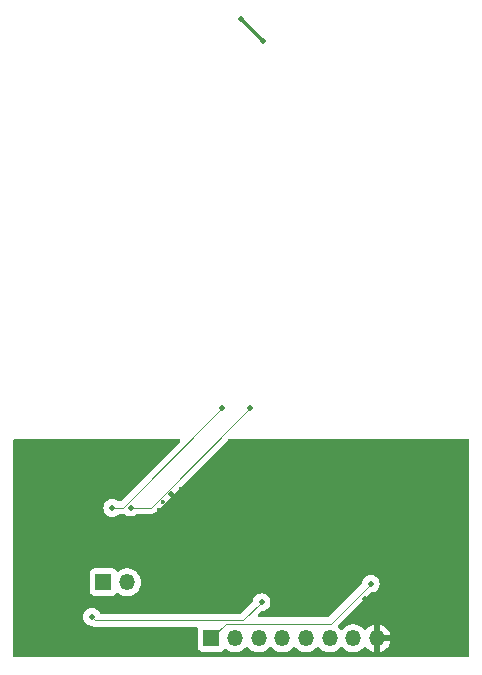
<source format=gbl>
G04 #@! TF.GenerationSoftware,KiCad,Pcbnew,7.0.9*
G04 #@! TF.CreationDate,2024-04-03T14:25:17+02:00*
G04 #@! TF.ProjectId,NFC_Programmer,4e46435f-5072-46f6-9772-616d6d65722e,3.0*
G04 #@! TF.SameCoordinates,Original*
G04 #@! TF.FileFunction,Copper,L2,Bot*
G04 #@! TF.FilePolarity,Positive*
%FSLAX46Y46*%
G04 Gerber Fmt 4.6, Leading zero omitted, Abs format (unit mm)*
G04 Created by KiCad (PCBNEW 7.0.9) date 2024-04-03 14:25:17*
%MOMM*%
%LPD*%
G01*
G04 APERTURE LIST*
G04 #@! TA.AperFunction,ComponentPad*
%ADD10R,1.350000X1.350000*%
G04 #@! TD*
G04 #@! TA.AperFunction,ComponentPad*
%ADD11O,1.350000X1.350000*%
G04 #@! TD*
G04 #@! TA.AperFunction,ViaPad*
%ADD12C,0.360000*%
G04 #@! TD*
G04 #@! TA.AperFunction,ViaPad*
%ADD13C,0.500000*%
G04 #@! TD*
G04 #@! TA.AperFunction,Conductor*
%ADD14C,0.100000*%
G04 #@! TD*
G04 #@! TA.AperFunction,Conductor*
%ADD15C,0.250000*%
G04 #@! TD*
G04 APERTURE END LIST*
D10*
X128530000Y-103060000D03*
D11*
X130530000Y-103060000D03*
D10*
X137670000Y-107810000D03*
D11*
X139670000Y-107810000D03*
X141670000Y-107810000D03*
X143670000Y-107810000D03*
X145670000Y-107810000D03*
X147670000Y-107810000D03*
X149670000Y-107810000D03*
X151670000Y-107810000D03*
D12*
X159130000Y-95860000D03*
X128970000Y-104540000D03*
X157940000Y-91280000D03*
X131870000Y-105550000D03*
X124300000Y-91250000D03*
X125190000Y-98820000D03*
X127340000Y-91240000D03*
X157250000Y-91280000D03*
X129940000Y-105570000D03*
X142640000Y-109210000D03*
X135120000Y-99770000D03*
X150620000Y-109150000D03*
X121160000Y-98970000D03*
X122870000Y-109150000D03*
X154830000Y-109120000D03*
D13*
X134251582Y-95601582D03*
D12*
X126460000Y-94700000D03*
X144350000Y-91290000D03*
X159080000Y-104020000D03*
X155130000Y-94450000D03*
X129220000Y-91250000D03*
X125190000Y-98210000D03*
X130030000Y-109160000D03*
X134590000Y-100240000D03*
X148440000Y-92230000D03*
X150480000Y-99510000D03*
X154370000Y-97580000D03*
X153610000Y-106680000D03*
X155400000Y-109120000D03*
X123600000Y-91240000D03*
X133980000Y-97190000D03*
X159130000Y-96470000D03*
X121160000Y-92260000D03*
X152660000Y-97670000D03*
X134525750Y-102440000D03*
X154960000Y-93780000D03*
X125860000Y-109180000D03*
X121170000Y-91560000D03*
X141860000Y-91280000D03*
X121120000Y-108950000D03*
X148700000Y-91290000D03*
X158550000Y-91280000D03*
X125740000Y-97180000D03*
X121130000Y-106460000D03*
X132560000Y-101260000D03*
X137450000Y-95930000D03*
X159120000Y-92860000D03*
X127700000Y-104640000D03*
X143780000Y-91290000D03*
X124910000Y-108130000D03*
X148000000Y-91280000D03*
X121160000Y-92870000D03*
X151917606Y-102411550D03*
X152920000Y-91280000D03*
X147701096Y-92221952D03*
X149280000Y-92220000D03*
X159090000Y-99740000D03*
X139410000Y-91290000D03*
X159090000Y-101530000D03*
X132820000Y-105550000D03*
X131290000Y-109180000D03*
X133790000Y-101240000D03*
X153610000Y-108460000D03*
X151890000Y-97650000D03*
X159130000Y-95290000D03*
X130870000Y-105570000D03*
X131960000Y-102880000D03*
X134525750Y-103210000D03*
X128320000Y-104550000D03*
X125250000Y-109180000D03*
X127520000Y-92500000D03*
X127740000Y-109160000D03*
X159120000Y-98960000D03*
X126610000Y-96460000D03*
X131630000Y-104040000D03*
X158390000Y-109150000D03*
X121130000Y-104670000D03*
X152310000Y-91280000D03*
X126670000Y-92870000D03*
X126440000Y-93840000D03*
X140680000Y-91280000D03*
X156070000Y-91280000D03*
X136910000Y-99940000D03*
X150460000Y-100300000D03*
X140020000Y-91290000D03*
X153450000Y-97640000D03*
X134950000Y-98240000D03*
X154170000Y-109120000D03*
X151364342Y-91970000D03*
X135077887Y-95174346D03*
X155410000Y-91290000D03*
X159080000Y-107150000D03*
X123410000Y-109150000D03*
X159090000Y-105270000D03*
X136980000Y-95110000D03*
X128330000Y-92550000D03*
X153140000Y-106270000D03*
X150470000Y-98680000D03*
X148720000Y-109150000D03*
X121160000Y-94050000D03*
X121810000Y-91240000D03*
D13*
X142620000Y-93280000D03*
D12*
X131010000Y-91250000D03*
X121690000Y-109150000D03*
X149880000Y-91290000D03*
X125480000Y-91250000D03*
X128310000Y-109160000D03*
X153610000Y-107250000D03*
X127050000Y-102380000D03*
X127910000Y-91240000D03*
X156550000Y-109120000D03*
X153600000Y-109120000D03*
X131820000Y-109180000D03*
X151460000Y-104220000D03*
X124910000Y-107590000D03*
X150530000Y-100960000D03*
X134950000Y-96480000D03*
X136540000Y-95870000D03*
X153540000Y-92730000D03*
X131960000Y-101650000D03*
X121130000Y-105850000D03*
X155130000Y-95290000D03*
X126400000Y-109180000D03*
X130430000Y-104500000D03*
X125760000Y-106200000D03*
X159080000Y-107760000D03*
X124910000Y-106980000D03*
X127050000Y-104100000D03*
X124910000Y-106410000D03*
X133540000Y-91240000D03*
X159090000Y-104660000D03*
X152060000Y-103740000D03*
X128800000Y-105570000D03*
X121120000Y-107160000D03*
X131160000Y-104360000D03*
X121120000Y-108340000D03*
X135620000Y-95890000D03*
X156010000Y-109120000D03*
X132850000Y-91240000D03*
X159130000Y-94680000D03*
X127050000Y-102950000D03*
X121130000Y-100360000D03*
X152220000Y-103020000D03*
X121120000Y-102240000D03*
X152310000Y-106410000D03*
X121160000Y-93440000D03*
X126970000Y-109180000D03*
X151740000Y-91280000D03*
X125190000Y-99360000D03*
X121130000Y-101540000D03*
X159120000Y-93430000D03*
X159090000Y-100920000D03*
X126670000Y-97160000D03*
X128970000Y-92080000D03*
D13*
X150700000Y-104480000D03*
D12*
X159080000Y-108330000D03*
X129460000Y-109160000D03*
X122420000Y-91240000D03*
X159120000Y-97780000D03*
X126540000Y-105870000D03*
X131780000Y-102240000D03*
X121160000Y-98360000D03*
X133530000Y-96280000D03*
X159090000Y-106450000D03*
X121130000Y-105280000D03*
X121120000Y-104030000D03*
X146820000Y-91280000D03*
X129780000Y-104480000D03*
X159130000Y-91550000D03*
X132280000Y-91240000D03*
X136340000Y-101680000D03*
X157120000Y-109120000D03*
X130400000Y-91250000D03*
X128520000Y-91240000D03*
X125670000Y-100350000D03*
X159080000Y-108940000D03*
X159120000Y-97170000D03*
X133210000Y-96990000D03*
X142470000Y-91280000D03*
X154800000Y-91290000D03*
X147200000Y-91900000D03*
X122990000Y-91240000D03*
X125190000Y-99930000D03*
X145600000Y-91280000D03*
X128920000Y-109160000D03*
X151070000Y-98110000D03*
X149310000Y-91290000D03*
X121130000Y-99750000D03*
X124910000Y-91250000D03*
X152170000Y-91820000D03*
X157820000Y-109150000D03*
X154230000Y-91290000D03*
X151130000Y-91280000D03*
X134150000Y-91240000D03*
X159090000Y-105840000D03*
X129830000Y-91250000D03*
X146210000Y-91280000D03*
X123980000Y-109150000D03*
X137000000Y-101280000D03*
X137000000Y-100650000D03*
X134960000Y-99050000D03*
X159090000Y-100350000D03*
X131670000Y-91240000D03*
X127100000Y-101690000D03*
X136100000Y-95140000D03*
X122260000Y-109150000D03*
X146740000Y-109170000D03*
X127050000Y-103560000D03*
X126090000Y-91250000D03*
X159120000Y-98350000D03*
X147390000Y-91280000D03*
X121170000Y-95300000D03*
X126130000Y-100790000D03*
X134890000Y-97330000D03*
X136100000Y-99920000D03*
X121160000Y-97180000D03*
X130670000Y-109180000D03*
X126610000Y-101210000D03*
X121120000Y-107770000D03*
X121170000Y-95870000D03*
X149880000Y-91890000D03*
X144960000Y-91290000D03*
X121120000Y-102850000D03*
X151124464Y-102010199D03*
X159080000Y-102230000D03*
X121120000Y-103420000D03*
X143170000Y-91290000D03*
X124910000Y-108700000D03*
X159120000Y-94040000D03*
X144710000Y-109150000D03*
X134250000Y-100770000D03*
X121130000Y-100930000D03*
X153420000Y-92190000D03*
X155210000Y-96260000D03*
D13*
X137990000Y-95230000D03*
D12*
X121170000Y-96480000D03*
X150570000Y-101750000D03*
X156680000Y-91280000D03*
X125190000Y-97640000D03*
X135450000Y-101790000D03*
X126700000Y-105300000D03*
X159080000Y-102840000D03*
X153610000Y-107890000D03*
X154390000Y-93370000D03*
X153620000Y-91290000D03*
X159120000Y-92250000D03*
X150680000Y-105400000D03*
D13*
X125870000Y-95560000D03*
D12*
X121160000Y-97790000D03*
X150700000Y-106280000D03*
X121170000Y-94690000D03*
X152140000Y-109230000D03*
D13*
X141500000Y-97570000D03*
D12*
X127050000Y-104670000D03*
X155050000Y-97220000D03*
X128250000Y-105320000D03*
X124680000Y-109180000D03*
X159080000Y-103410000D03*
X141290000Y-91280000D03*
X153610000Y-93260000D03*
X133840000Y-105540000D03*
X133130000Y-101260000D03*
X152870000Y-91870000D03*
X150690000Y-91810000D03*
X151510000Y-106310000D03*
X132400000Y-109200000D03*
X150490000Y-91290000D03*
X126730000Y-91240000D03*
X131940000Y-103530000D03*
D13*
X151160000Y-103180000D03*
X127550000Y-105990000D03*
X141910000Y-104760000D03*
X138600000Y-88350000D03*
X142020000Y-57200000D03*
X140200000Y-55400000D03*
X130850000Y-96740000D03*
X129280000Y-96770000D03*
X140920000Y-88330000D03*
D14*
X147770000Y-106570000D02*
X138910000Y-106570000D01*
X151160000Y-103180000D02*
X147770000Y-106570000D01*
X138910000Y-106570000D02*
X137670000Y-107810000D01*
X141910000Y-104760000D02*
X140380000Y-106290000D01*
X127850000Y-106290000D02*
X127550000Y-105990000D01*
X140380000Y-106290000D02*
X127850000Y-106290000D01*
X130180000Y-96770000D02*
X138600000Y-88350000D01*
X140920000Y-88330000D02*
X132510000Y-96740000D01*
X129280000Y-96770000D02*
X130180000Y-96770000D01*
X132510000Y-96740000D02*
X130850000Y-96740000D01*
D15*
X142000000Y-57200000D02*
X142020000Y-57200000D01*
X142000000Y-57200000D02*
X140200000Y-55400000D01*
G04 #@! TA.AperFunction,Conductor*
G36*
X134979153Y-90979685D02*
G01*
X135024908Y-91032489D01*
X135034852Y-91101647D01*
X135005827Y-91165203D01*
X134999795Y-91171681D01*
X129988294Y-96183181D01*
X129926971Y-96216666D01*
X129900613Y-96219500D01*
X129842229Y-96219500D01*
X129775190Y-96199815D01*
X129754548Y-96183181D01*
X129750890Y-96179523D01*
X129750884Y-96179518D01*
X129607697Y-96089547D01*
X129607694Y-96089545D01*
X129448056Y-96033685D01*
X129280003Y-96014751D01*
X129279997Y-96014751D01*
X129111943Y-96033685D01*
X128952305Y-96089545D01*
X128952302Y-96089547D01*
X128809115Y-96179518D01*
X128809109Y-96179523D01*
X128689523Y-96299109D01*
X128689518Y-96299115D01*
X128599547Y-96442302D01*
X128599545Y-96442305D01*
X128543685Y-96601943D01*
X128524751Y-96769997D01*
X128524751Y-96770002D01*
X128543685Y-96938056D01*
X128599545Y-97097694D01*
X128599547Y-97097697D01*
X128689518Y-97240884D01*
X128689523Y-97240890D01*
X128809109Y-97360476D01*
X128809115Y-97360481D01*
X128952302Y-97450452D01*
X128952305Y-97450454D01*
X128952309Y-97450455D01*
X128952310Y-97450456D01*
X129024913Y-97475860D01*
X129111943Y-97506314D01*
X129279997Y-97525249D01*
X129280000Y-97525249D01*
X129280003Y-97525249D01*
X129448056Y-97506314D01*
X129479678Y-97495249D01*
X129607690Y-97450456D01*
X129607692Y-97450454D01*
X129607694Y-97450454D01*
X129607697Y-97450452D01*
X129750884Y-97360481D01*
X129750885Y-97360480D01*
X129750890Y-97360477D01*
X129754548Y-97356819D01*
X129815871Y-97323334D01*
X129842229Y-97320500D01*
X130170603Y-97320500D01*
X130236826Y-97322762D01*
X130279836Y-97312279D01*
X130286049Y-97311098D01*
X130292448Y-97310219D01*
X130361539Y-97320602D01*
X130375284Y-97328073D01*
X130379110Y-97330477D01*
X130522310Y-97420456D01*
X130608046Y-97450456D01*
X130681943Y-97476314D01*
X130849997Y-97495249D01*
X130850000Y-97495249D01*
X130850003Y-97495249D01*
X131018056Y-97476314D01*
X131091954Y-97450456D01*
X131177690Y-97420456D01*
X131177692Y-97420454D01*
X131177694Y-97420454D01*
X131177697Y-97420452D01*
X131320884Y-97330481D01*
X131320885Y-97330480D01*
X131320890Y-97330477D01*
X131324548Y-97326819D01*
X131385871Y-97293334D01*
X131412229Y-97290500D01*
X132500603Y-97290500D01*
X132566826Y-97292762D01*
X132609832Y-97282280D01*
X132616051Y-97281098D01*
X132659920Y-97275070D01*
X132676383Y-97267918D01*
X132696416Y-97261181D01*
X132713852Y-97256933D01*
X132752465Y-97235221D01*
X132758090Y-97232427D01*
X132798720Y-97214780D01*
X132812632Y-97203460D01*
X132830123Y-97191557D01*
X132845755Y-97182768D01*
X132845753Y-97182768D01*
X132845759Y-97182766D01*
X132877059Y-97151464D01*
X132881771Y-97147211D01*
X132916108Y-97119278D01*
X132926456Y-97104616D01*
X132940074Y-97088449D01*
X139032205Y-90996319D01*
X139093528Y-90962834D01*
X139119886Y-90960000D01*
X159390500Y-90960000D01*
X159457539Y-90979685D01*
X159503294Y-91032489D01*
X159514500Y-91084000D01*
X159514500Y-109310500D01*
X159494815Y-109377539D01*
X159442011Y-109423294D01*
X159390500Y-109434500D01*
X120989500Y-109434500D01*
X120922461Y-109414815D01*
X120876706Y-109362011D01*
X120865500Y-109310500D01*
X120865500Y-105990002D01*
X126794751Y-105990002D01*
X126813685Y-106158056D01*
X126869545Y-106317694D01*
X126869547Y-106317697D01*
X126959518Y-106460884D01*
X126959523Y-106460890D01*
X127079109Y-106580476D01*
X127079115Y-106580481D01*
X127222302Y-106670452D01*
X127222308Y-106670455D01*
X127222310Y-106670456D01*
X127381941Y-106726313D01*
X127503517Y-106740011D01*
X127564560Y-106764428D01*
X127577658Y-106774361D01*
X127594353Y-106780944D01*
X127613290Y-106790351D01*
X127628618Y-106799672D01*
X127671247Y-106811616D01*
X127677263Y-106813639D01*
X127718436Y-106829876D01*
X127736287Y-106831711D01*
X127757052Y-106835657D01*
X127774335Y-106840500D01*
X127818594Y-106840500D01*
X127824935Y-106840824D01*
X127868972Y-106845352D01*
X127886656Y-106842303D01*
X127907724Y-106840500D01*
X136392068Y-106840500D01*
X136459107Y-106860185D01*
X136504862Y-106912989D01*
X136514806Y-106982147D01*
X136508251Y-107007831D01*
X136500908Y-107027517D01*
X136494501Y-107087116D01*
X136494500Y-107087135D01*
X136494500Y-108532870D01*
X136494501Y-108532876D01*
X136500908Y-108592483D01*
X136551202Y-108727328D01*
X136551206Y-108727335D01*
X136637452Y-108842544D01*
X136637455Y-108842547D01*
X136752664Y-108928793D01*
X136752671Y-108928797D01*
X136887517Y-108979091D01*
X136887516Y-108979091D01*
X136894444Y-108979835D01*
X136947127Y-108985500D01*
X138392872Y-108985499D01*
X138452483Y-108979091D01*
X138587331Y-108928796D01*
X138702546Y-108842546D01*
X138764785Y-108759404D01*
X138820718Y-108717535D01*
X138890410Y-108712551D01*
X138947588Y-108742078D01*
X138958568Y-108752088D01*
X138958570Y-108752089D01*
X138958571Y-108752090D01*
X139143786Y-108866770D01*
X139143792Y-108866773D01*
X139166664Y-108875633D01*
X139346931Y-108945470D01*
X139561074Y-108985500D01*
X139561076Y-108985500D01*
X139778924Y-108985500D01*
X139778926Y-108985500D01*
X139993069Y-108945470D01*
X140196210Y-108866772D01*
X140381432Y-108752088D01*
X140542427Y-108605322D01*
X140571047Y-108567422D01*
X140627153Y-108525787D01*
X140696865Y-108521094D01*
X140758048Y-108554836D01*
X140768946Y-108567414D01*
X140797573Y-108605322D01*
X140958568Y-108752088D01*
X140958575Y-108752092D01*
X140958576Y-108752093D01*
X141143786Y-108866770D01*
X141143792Y-108866773D01*
X141166664Y-108875633D01*
X141346931Y-108945470D01*
X141561074Y-108985500D01*
X141561076Y-108985500D01*
X141778924Y-108985500D01*
X141778926Y-108985500D01*
X141993069Y-108945470D01*
X142196210Y-108866772D01*
X142381432Y-108752088D01*
X142542427Y-108605322D01*
X142571047Y-108567422D01*
X142627153Y-108525787D01*
X142696865Y-108521094D01*
X142758048Y-108554836D01*
X142768946Y-108567414D01*
X142797573Y-108605322D01*
X142958568Y-108752088D01*
X142958575Y-108752092D01*
X142958576Y-108752093D01*
X143143786Y-108866770D01*
X143143792Y-108866773D01*
X143166664Y-108875633D01*
X143346931Y-108945470D01*
X143561074Y-108985500D01*
X143561076Y-108985500D01*
X143778924Y-108985500D01*
X143778926Y-108985500D01*
X143993069Y-108945470D01*
X144196210Y-108866772D01*
X144381432Y-108752088D01*
X144542427Y-108605322D01*
X144571047Y-108567422D01*
X144627153Y-108525787D01*
X144696865Y-108521094D01*
X144758048Y-108554836D01*
X144768946Y-108567414D01*
X144797573Y-108605322D01*
X144958568Y-108752088D01*
X144958575Y-108752092D01*
X144958576Y-108752093D01*
X145143786Y-108866770D01*
X145143792Y-108866773D01*
X145166664Y-108875633D01*
X145346931Y-108945470D01*
X145561074Y-108985500D01*
X145561076Y-108985500D01*
X145778924Y-108985500D01*
X145778926Y-108985500D01*
X145993069Y-108945470D01*
X146196210Y-108866772D01*
X146381432Y-108752088D01*
X146542427Y-108605322D01*
X146571047Y-108567422D01*
X146627153Y-108525787D01*
X146696865Y-108521094D01*
X146758048Y-108554836D01*
X146768946Y-108567414D01*
X146797573Y-108605322D01*
X146958568Y-108752088D01*
X146958575Y-108752092D01*
X146958576Y-108752093D01*
X147143786Y-108866770D01*
X147143792Y-108866773D01*
X147166664Y-108875633D01*
X147346931Y-108945470D01*
X147561074Y-108985500D01*
X147561076Y-108985500D01*
X147778924Y-108985500D01*
X147778926Y-108985500D01*
X147993069Y-108945470D01*
X148196210Y-108866772D01*
X148381432Y-108752088D01*
X148542427Y-108605322D01*
X148571047Y-108567422D01*
X148627153Y-108525787D01*
X148696865Y-108521094D01*
X148758048Y-108554836D01*
X148768946Y-108567414D01*
X148797573Y-108605322D01*
X148958568Y-108752088D01*
X148958575Y-108752092D01*
X148958576Y-108752093D01*
X149143786Y-108866770D01*
X149143792Y-108866773D01*
X149166664Y-108875633D01*
X149346931Y-108945470D01*
X149561074Y-108985500D01*
X149561076Y-108985500D01*
X149778924Y-108985500D01*
X149778926Y-108985500D01*
X149993069Y-108945470D01*
X150196210Y-108866772D01*
X150381432Y-108752088D01*
X150542427Y-108605322D01*
X150571359Y-108567009D01*
X150627465Y-108525373D01*
X150697177Y-108520680D01*
X150758360Y-108554421D01*
X150769267Y-108567009D01*
X150797942Y-108604981D01*
X150797949Y-108604989D01*
X150958868Y-108751685D01*
X151144012Y-108866322D01*
X151144023Y-108866327D01*
X151347060Y-108944984D01*
X151420000Y-108958619D01*
X151420000Y-108125686D01*
X151431955Y-108137641D01*
X151544852Y-108195165D01*
X151638519Y-108210000D01*
X151701481Y-108210000D01*
X151795148Y-108195165D01*
X151908045Y-108137641D01*
X151920000Y-108125686D01*
X151920000Y-108958619D01*
X151992939Y-108944984D01*
X152195976Y-108866327D01*
X152195987Y-108866322D01*
X152381130Y-108751685D01*
X152381131Y-108751685D01*
X152542054Y-108604985D01*
X152673284Y-108431208D01*
X152770348Y-108236280D01*
X152820505Y-108060000D01*
X151985686Y-108060000D01*
X151997641Y-108048045D01*
X152055165Y-107935148D01*
X152074986Y-107810000D01*
X152055165Y-107684852D01*
X151997641Y-107571955D01*
X151985686Y-107560000D01*
X152820505Y-107560000D01*
X152820505Y-107559999D01*
X152770348Y-107383719D01*
X152673284Y-107188791D01*
X152542054Y-107015014D01*
X152381131Y-106868314D01*
X152195987Y-106753677D01*
X152195985Y-106753676D01*
X151992931Y-106675013D01*
X151992921Y-106675010D01*
X151920001Y-106661378D01*
X151920000Y-106661379D01*
X151920000Y-107494314D01*
X151908045Y-107482359D01*
X151795148Y-107424835D01*
X151701481Y-107410000D01*
X151638519Y-107410000D01*
X151544852Y-107424835D01*
X151431955Y-107482359D01*
X151420000Y-107494314D01*
X151420000Y-106661379D01*
X151419998Y-106661378D01*
X151347078Y-106675010D01*
X151347068Y-106675013D01*
X151144014Y-106753676D01*
X151144012Y-106753677D01*
X150958869Y-106868314D01*
X150958868Y-106868314D01*
X150797945Y-107015014D01*
X150769267Y-107052990D01*
X150713157Y-107094626D01*
X150643445Y-107099317D01*
X150582264Y-107065575D01*
X150571359Y-107052990D01*
X150562547Y-107041321D01*
X150542427Y-107014678D01*
X150381432Y-106867912D01*
X150381428Y-106867909D01*
X150381423Y-106867906D01*
X150196213Y-106753229D01*
X150196207Y-106753226D01*
X150111113Y-106720260D01*
X149993069Y-106674530D01*
X149778926Y-106634500D01*
X149561074Y-106634500D01*
X149346931Y-106674530D01*
X149298130Y-106693435D01*
X149143792Y-106753226D01*
X149143786Y-106753229D01*
X148958576Y-106867906D01*
X148958566Y-106867913D01*
X148797573Y-107014676D01*
X148768953Y-107052576D01*
X148712844Y-107094211D01*
X148643132Y-107098902D01*
X148581950Y-107065159D01*
X148571047Y-107052576D01*
X148542426Y-107014676D01*
X148408969Y-106893015D01*
X148372687Y-106833304D01*
X148374448Y-106763457D01*
X148404824Y-106713699D01*
X151155551Y-103962972D01*
X151216872Y-103929489D01*
X151229347Y-103927435D01*
X151328054Y-103916314D01*
X151328057Y-103916313D01*
X151328059Y-103916313D01*
X151487690Y-103860456D01*
X151487692Y-103860454D01*
X151487694Y-103860454D01*
X151487697Y-103860452D01*
X151630884Y-103770481D01*
X151630885Y-103770480D01*
X151630890Y-103770477D01*
X151750477Y-103650890D01*
X151840452Y-103507697D01*
X151840454Y-103507694D01*
X151840454Y-103507692D01*
X151840456Y-103507690D01*
X151896313Y-103348059D01*
X151896313Y-103348058D01*
X151896314Y-103348056D01*
X151915249Y-103180002D01*
X151915249Y-103179997D01*
X151896314Y-103011943D01*
X151840454Y-102852305D01*
X151840452Y-102852302D01*
X151750481Y-102709115D01*
X151750476Y-102709109D01*
X151630890Y-102589523D01*
X151630884Y-102589518D01*
X151487697Y-102499547D01*
X151487694Y-102499545D01*
X151328056Y-102443685D01*
X151160003Y-102424751D01*
X151159997Y-102424751D01*
X150991943Y-102443685D01*
X150832305Y-102499545D01*
X150832302Y-102499547D01*
X150689115Y-102589518D01*
X150689109Y-102589523D01*
X150569523Y-102709109D01*
X150569518Y-102709115D01*
X150479547Y-102852302D01*
X150479544Y-102852307D01*
X150423685Y-103011946D01*
X150412564Y-103110651D01*
X150385497Y-103175065D01*
X150377025Y-103184448D01*
X147578294Y-105983181D01*
X147516971Y-106016666D01*
X147490613Y-106019500D01*
X141728387Y-106019500D01*
X141661348Y-105999815D01*
X141615593Y-105947011D01*
X141605649Y-105877853D01*
X141634674Y-105814297D01*
X141640697Y-105807827D01*
X141905552Y-105542971D01*
X141966871Y-105509489D01*
X141979347Y-105507435D01*
X142078054Y-105496314D01*
X142078057Y-105496313D01*
X142078059Y-105496313D01*
X142237690Y-105440456D01*
X142237692Y-105440454D01*
X142237694Y-105440454D01*
X142237697Y-105440452D01*
X142380884Y-105350481D01*
X142380885Y-105350480D01*
X142380890Y-105350477D01*
X142500477Y-105230890D01*
X142590452Y-105087697D01*
X142590454Y-105087694D01*
X142590454Y-105087692D01*
X142590456Y-105087690D01*
X142646313Y-104928059D01*
X142646313Y-104928058D01*
X142646314Y-104928056D01*
X142665249Y-104760002D01*
X142665249Y-104759997D01*
X142646314Y-104591943D01*
X142590454Y-104432305D01*
X142590452Y-104432302D01*
X142500481Y-104289115D01*
X142500476Y-104289109D01*
X142380890Y-104169523D01*
X142380884Y-104169518D01*
X142237697Y-104079547D01*
X142237694Y-104079545D01*
X142078056Y-104023685D01*
X141910003Y-104004751D01*
X141909997Y-104004751D01*
X141741943Y-104023685D01*
X141582305Y-104079545D01*
X141582302Y-104079547D01*
X141439115Y-104169518D01*
X141439109Y-104169523D01*
X141319523Y-104289109D01*
X141319518Y-104289115D01*
X141229547Y-104432302D01*
X141229544Y-104432307D01*
X141173685Y-104591946D01*
X141162564Y-104690651D01*
X141135497Y-104755065D01*
X141127025Y-104764448D01*
X140188294Y-105703181D01*
X140126971Y-105736666D01*
X140100613Y-105739500D01*
X128345449Y-105739500D01*
X128278410Y-105719815D01*
X128233859Y-105668401D01*
X128233479Y-105668585D01*
X128232803Y-105667182D01*
X128232655Y-105667011D01*
X128232320Y-105666179D01*
X128230456Y-105662308D01*
X128140481Y-105519115D01*
X128140476Y-105519109D01*
X128020890Y-105399523D01*
X128020884Y-105399518D01*
X127877697Y-105309547D01*
X127877694Y-105309545D01*
X127718056Y-105253685D01*
X127550003Y-105234751D01*
X127549997Y-105234751D01*
X127381943Y-105253685D01*
X127222305Y-105309545D01*
X127222302Y-105309547D01*
X127079115Y-105399518D01*
X127079109Y-105399523D01*
X126959523Y-105519109D01*
X126959518Y-105519115D01*
X126869547Y-105662302D01*
X126869545Y-105662305D01*
X126813685Y-105821943D01*
X126794751Y-105989997D01*
X126794751Y-105990002D01*
X120865500Y-105990002D01*
X120865500Y-103782870D01*
X127354500Y-103782870D01*
X127354501Y-103782876D01*
X127360908Y-103842483D01*
X127411202Y-103977328D01*
X127411206Y-103977335D01*
X127497452Y-104092544D01*
X127497455Y-104092547D01*
X127612664Y-104178793D01*
X127612671Y-104178797D01*
X127747517Y-104229091D01*
X127747516Y-104229091D01*
X127754444Y-104229835D01*
X127807127Y-104235500D01*
X129252872Y-104235499D01*
X129312483Y-104229091D01*
X129447331Y-104178796D01*
X129562546Y-104092546D01*
X129624785Y-104009404D01*
X129680718Y-103967535D01*
X129750410Y-103962551D01*
X129807588Y-103992078D01*
X129818568Y-104002088D01*
X129818570Y-104002089D01*
X129818571Y-104002090D01*
X130003786Y-104116770D01*
X130003792Y-104116773D01*
X130026664Y-104125633D01*
X130206931Y-104195470D01*
X130421074Y-104235500D01*
X130421076Y-104235500D01*
X130638924Y-104235500D01*
X130638926Y-104235500D01*
X130853069Y-104195470D01*
X131056210Y-104116772D01*
X131241432Y-104002088D01*
X131402427Y-103855322D01*
X131533712Y-103681472D01*
X131630817Y-103486459D01*
X131690435Y-103276923D01*
X131710536Y-103060000D01*
X131690435Y-102843077D01*
X131630817Y-102633541D01*
X131533712Y-102438528D01*
X131402427Y-102264678D01*
X131375016Y-102239690D01*
X131285996Y-102158537D01*
X131241432Y-102117912D01*
X131241428Y-102117909D01*
X131241423Y-102117906D01*
X131056213Y-102003229D01*
X131056207Y-102003226D01*
X130971113Y-101970260D01*
X130853069Y-101924530D01*
X130638926Y-101884500D01*
X130421074Y-101884500D01*
X130206931Y-101924530D01*
X130163896Y-101941202D01*
X130003792Y-102003226D01*
X130003786Y-102003229D01*
X129818565Y-102117913D01*
X129807585Y-102127923D01*
X129744780Y-102158537D01*
X129675393Y-102150336D01*
X129624785Y-102110594D01*
X129598848Y-102075948D01*
X129562546Y-102027454D01*
X129562544Y-102027453D01*
X129562544Y-102027452D01*
X129447335Y-101941206D01*
X129447328Y-101941202D01*
X129312482Y-101890908D01*
X129312483Y-101890908D01*
X129252883Y-101884501D01*
X129252881Y-101884500D01*
X129252873Y-101884500D01*
X129252864Y-101884500D01*
X127807129Y-101884500D01*
X127807123Y-101884501D01*
X127747516Y-101890908D01*
X127612671Y-101941202D01*
X127612664Y-101941206D01*
X127497455Y-102027452D01*
X127497452Y-102027455D01*
X127411206Y-102142664D01*
X127411202Y-102142671D01*
X127360908Y-102277517D01*
X127354501Y-102337116D01*
X127354500Y-102337135D01*
X127354500Y-103782870D01*
X120865500Y-103782870D01*
X120865500Y-91084000D01*
X120885185Y-91016961D01*
X120937989Y-90971206D01*
X120989500Y-90960000D01*
X134912114Y-90960000D01*
X134979153Y-90979685D01*
G37*
G04 #@! TD.AperFunction*
M02*

</source>
